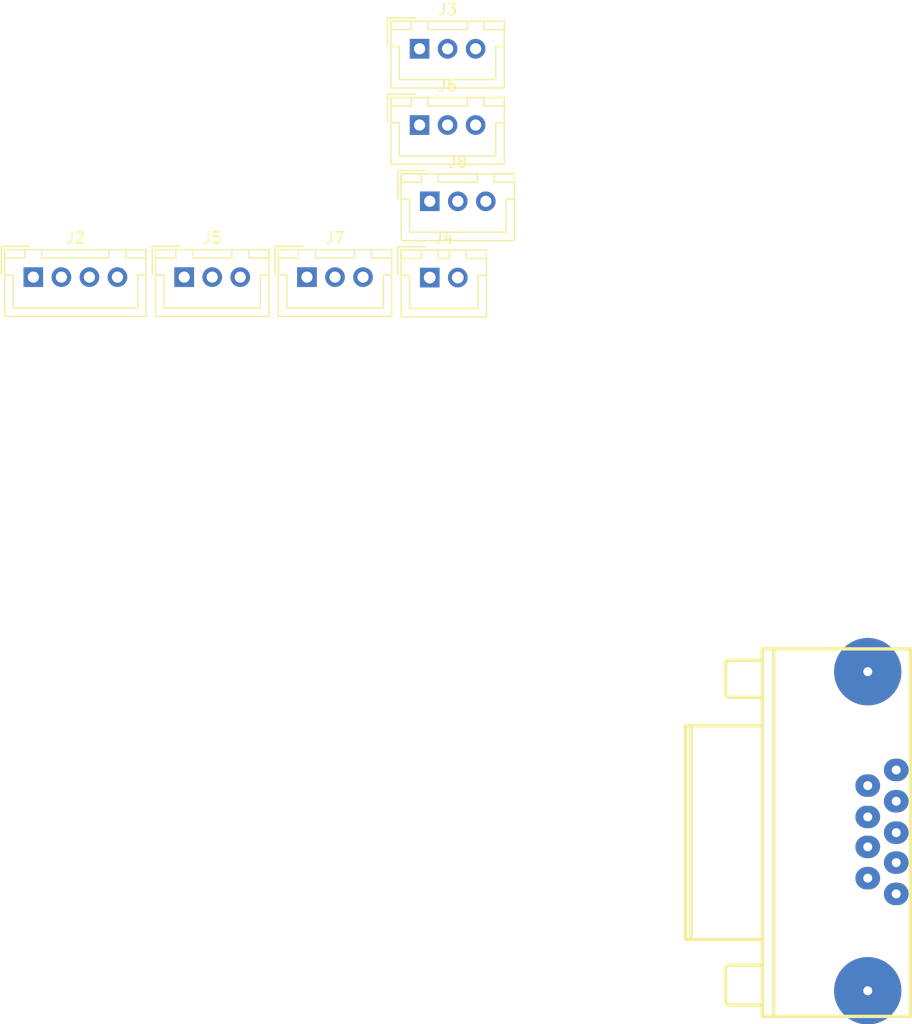
<source format=kicad_pcb>
(kicad_pcb (version 20171130) (host pcbnew "(5.0.2)-1")

  (general
    (thickness 1.6)
    (drawings 0)
    (tracks 0)
    (zones 0)
    (modules 8)
    (nets 11)
  )

  (page A4)
  (layers
    (0 F.Cu signal)
    (31 B.Cu signal)
    (32 B.Adhes user)
    (33 F.Adhes user)
    (34 B.Paste user)
    (35 F.Paste user)
    (36 B.SilkS user)
    (37 F.SilkS user)
    (38 B.Mask user)
    (39 F.Mask user)
    (40 Dwgs.User user)
    (41 Cmts.User user)
    (42 Eco1.User user)
    (43 Eco2.User user)
    (44 Edge.Cuts user)
    (45 Margin user)
    (46 B.CrtYd user)
    (47 F.CrtYd user)
    (48 B.Fab user)
    (49 F.Fab user)
  )

  (setup
    (last_trace_width 0.25)
    (trace_clearance 0.2)
    (zone_clearance 0.508)
    (zone_45_only no)
    (trace_min 0.2)
    (segment_width 0.2)
    (edge_width 0.15)
    (via_size 0.8)
    (via_drill 0.4)
    (via_min_size 0.4)
    (via_min_drill 0.3)
    (uvia_size 0.3)
    (uvia_drill 0.1)
    (uvias_allowed no)
    (uvia_min_size 0.2)
    (uvia_min_drill 0.1)
    (pcb_text_width 0.3)
    (pcb_text_size 1.5 1.5)
    (mod_edge_width 0.15)
    (mod_text_size 1 1)
    (mod_text_width 0.15)
    (pad_size 1.524 1.524)
    (pad_drill 0.762)
    (pad_to_mask_clearance 0.051)
    (solder_mask_min_width 0.25)
    (aux_axis_origin 0 0)
    (visible_elements FFFFFF7F)
    (pcbplotparams
      (layerselection 0x010fc_ffffffff)
      (usegerberextensions false)
      (usegerberattributes false)
      (usegerberadvancedattributes false)
      (creategerberjobfile false)
      (excludeedgelayer true)
      (linewidth 0.100000)
      (plotframeref false)
      (viasonmask false)
      (mode 1)
      (useauxorigin false)
      (hpglpennumber 1)
      (hpglpenspeed 20)
      (hpglpendiameter 15.000000)
      (psnegative false)
      (psa4output false)
      (plotreference true)
      (plotvalue true)
      (plotinvisibletext false)
      (padsonsilk false)
      (subtractmaskfromsilk false)
      (outputformat 1)
      (mirror false)
      (drillshape 1)
      (scaleselection 1)
      (outputdirectory ""))
  )

  (net 0 "")
  (net 1 /irs)
  (net 2 /grg)
  (net 3 /pr2)
  (net 4 /pr3)
  (net 5 GND)
  (net 6 /ird)
  (net 7 /iru)
  (net 8 /pr1)
  (net 9 +5V)
  (net 10 +12V)

  (net_class Default "This is the default net class."
    (clearance 0.2)
    (trace_width 0.25)
    (via_dia 0.8)
    (via_drill 0.4)
    (uvia_dia 0.3)
    (uvia_drill 0.1)
    (add_net +12V)
    (add_net +5V)
    (add_net /grg)
    (add_net /ird)
    (add_net /irs)
    (add_net /iru)
    (add_net /pr1)
    (add_net /pr2)
    (add_net /pr3)
    (add_net GND)
  )

  (module modFiles:Connector_DB_9 (layer F.Cu) (tedit 5D196907) (tstamp 5D22B4ED)
    (at 89.925 78.225 90)
    (descr "Connecteur DB9 femelle couche")
    (tags "CONN DB9")
    (path /5D1A0237)
    (fp_text reference J1 (at 5.46 2.28 90) (layer F.SilkS) hide
      (effects (font (size 1 1) (thickness 0.15)))
    )
    (fp_text value DB9_Female_MountingHoles (at 6.35 -6.35 90) (layer F.Fab)
      (effects (font (size 1 1) (thickness 0.15)))
    )
    (fp_line (start 20.828 -11.938) (end 20.828 -14.986) (layer F.SilkS) (width 0.3))
    (fp_line (start 20.828 -14.986) (end 20.574 -15.24) (layer F.SilkS) (width 0.3))
    (fp_line (start 20.574 -15.24) (end 17.78 -15.24) (layer F.SilkS) (width 0.3))
    (fp_line (start 17.78 -15.24) (end 17.526 -14.986) (layer F.SilkS) (width 0.3))
    (fp_line (start 17.526 -14.986) (end 17.526 -11.938) (layer F.SilkS) (width 0.3))
    (fp_line (start -10.922 -11.938) (end -10.922 -11.684) (layer F.SilkS) (width 0.3))
    (fp_line (start -9.906 -11.938) (end -9.906 -14.986) (layer F.SilkS) (width 0.3))
    (fp_line (start -9.906 -14.986) (end -9.652 -15.24) (layer F.SilkS) (width 0.3))
    (fp_line (start -9.652 -15.24) (end -6.604 -15.24) (layer F.SilkS) (width 0.3))
    (fp_line (start -6.604 -15.24) (end -6.35 -14.986) (layer F.SilkS) (width 0.3))
    (fp_line (start -6.35 -14.986) (end -6.35 -11.938) (layer F.SilkS) (width 0.3))
    (fp_line (start -4.064 -18.288) (end 14.986 -18.288) (layer F.SilkS) (width 0.3))
    (fp_line (start -4.064 -11.938) (end -4.064 -18.796) (layer F.SilkS) (width 0.3))
    (fp_line (start -4.064 -18.796) (end 14.986 -18.796) (layer F.SilkS) (width 0.3))
    (fp_line (start 14.986 -18.796) (end 14.986 -11.938) (layer F.SilkS) (width 0.3))
    (fp_line (start -10.922 -10.922) (end -10.922 -11.684) (layer F.SilkS) (width 0.3))
    (fp_line (start -10.922 -11.938) (end 20.574 -11.938) (layer F.SilkS) (width 0.3))
    (fp_line (start 20.574 -11.938) (end 21.844 -11.938) (layer F.SilkS) (width 0.3))
    (fp_line (start 21.844 -11.938) (end 21.844 -10.922) (layer F.SilkS) (width 0.3))
    (fp_line (start 21.844 1.016) (end 21.844 1.27) (layer F.SilkS) (width 0.3))
    (fp_line (start 21.844 1.27) (end 3.556 1.27) (layer F.SilkS) (width 0.3))
    (fp_line (start 3.556 1.27) (end -10.922 1.27) (layer F.SilkS) (width 0.3))
    (fp_line (start -10.922 1.27) (end -10.922 1.016) (layer F.SilkS) (width 0.3))
    (fp_line (start 21.59 -10.922) (end 21.844 -10.922) (layer F.SilkS) (width 0.3))
    (fp_line (start 21.844 -10.922) (end 21.844 1.016) (layer F.SilkS) (width 0.3))
    (fp_line (start 21.59 -10.922) (end -5.588 -10.922) (layer F.SilkS) (width 0.3))
    (fp_line (start -5.588 -10.922) (end -10.16 -10.922) (layer F.SilkS) (width 0.3))
    (fp_line (start -10.16 -10.922) (end -10.922 -10.922) (layer F.SilkS) (width 0.3))
    (fp_line (start -10.922 -10.922) (end -10.922 1.016) (layer F.SilkS) (width 0.3))
    (pad 9 thru_hole oval (at 9.65 -2.54 90) (size 2 2.2) (drill 0.8) (layers *.Cu *.Mask)
      (net 1 /irs))
    (pad 8 thru_hole oval (at 6.86 -2.54 90) (size 2 2.2) (drill 0.8) (layers *.Cu *.Mask)
      (net 2 /grg))
    (pad 7 thru_hole oval (at 4.19 -2.54 90) (size 2 2.2) (drill 0.8) (layers *.Cu *.Mask)
      (net 3 /pr2))
    (pad 6 thru_hole oval (at 1.4 -2.54 90) (size 2 2.2) (drill 0.8) (layers *.Cu *.Mask)
      (net 4 /pr3))
    (pad 5 thru_hole oval (at 11.05 0 90) (size 2 2.2) (drill 0.8) (layers *.Cu *.Mask)
      (net 5 GND))
    (pad 4 thru_hole oval (at 8.26 0 90) (size 2 2.2) (drill 0.8) (layers *.Cu *.Mask)
      (net 6 /ird))
    (pad 3 thru_hole oval (at 5.46 0 90) (size 2 2.2) (drill 0.8) (layers *.Cu *.Mask)
      (net 7 /iru))
    (pad 2 thru_hole oval (at 2.79 0 90) (size 2 2.2) (drill 0.8) (layers *.Cu *.Mask)
      (net 8 /pr1))
    (pad 1 thru_hole oval (at 0 0 90) (size 2 2.2) (drill 0.8) (layers *.Cu *.Mask)
      (net 9 +5V))
    (pad 0 thru_hole oval (at -8.636 -2.54 90) (size 6 6) (drill 0.8) (layers *.Cu *.Mask)
      (net 5 GND))
    (pad 0 thru_hole oval (at 19.812 -2.54 90) (size 6 6) (drill 0.8) (layers *.Cu *.Mask)
      (net 5 GND))
    (model _3D/Used/db_9f.wrl
      (offset (xyz 5.5371999168396 8.381999874114991 0))
      (scale (xyz 1 1 1))
      (rotate (xyz 0 0 180))
    )
  )

  (module Connectors_JST:JST_XH_B04B-XH-A_04x2.50mm_Straight (layer F.Cu) (tedit 58EAE7F0) (tstamp 5D22B518)
    (at 12.975001 23.235001)
    (descr "JST XH series connector, B04B-XH-A, top entry type, through hole")
    (tags "connector jst xh tht top vertical 2.50mm")
    (path /5D1A02A0)
    (fp_text reference J2 (at 3.75 -3.5) (layer F.SilkS)
      (effects (font (size 1 1) (thickness 0.15)))
    )
    (fp_text value Conn_01x04 (at 3.75 4.5) (layer F.Fab)
      (effects (font (size 1 1) (thickness 0.15)))
    )
    (fp_line (start -2.45 -2.35) (end -2.45 3.4) (layer F.Fab) (width 0.1))
    (fp_line (start -2.45 3.4) (end 9.95 3.4) (layer F.Fab) (width 0.1))
    (fp_line (start 9.95 3.4) (end 9.95 -2.35) (layer F.Fab) (width 0.1))
    (fp_line (start 9.95 -2.35) (end -2.45 -2.35) (layer F.Fab) (width 0.1))
    (fp_line (start -2.95 -2.85) (end -2.95 3.9) (layer F.CrtYd) (width 0.05))
    (fp_line (start -2.95 3.9) (end 10.45 3.9) (layer F.CrtYd) (width 0.05))
    (fp_line (start 10.45 3.9) (end 10.45 -2.85) (layer F.CrtYd) (width 0.05))
    (fp_line (start 10.45 -2.85) (end -2.95 -2.85) (layer F.CrtYd) (width 0.05))
    (fp_line (start -2.55 -2.45) (end -2.55 3.5) (layer F.SilkS) (width 0.12))
    (fp_line (start -2.55 3.5) (end 10.05 3.5) (layer F.SilkS) (width 0.12))
    (fp_line (start 10.05 3.5) (end 10.05 -2.45) (layer F.SilkS) (width 0.12))
    (fp_line (start 10.05 -2.45) (end -2.55 -2.45) (layer F.SilkS) (width 0.12))
    (fp_line (start 0.75 -2.45) (end 0.75 -1.7) (layer F.SilkS) (width 0.12))
    (fp_line (start 0.75 -1.7) (end 6.75 -1.7) (layer F.SilkS) (width 0.12))
    (fp_line (start 6.75 -1.7) (end 6.75 -2.45) (layer F.SilkS) (width 0.12))
    (fp_line (start 6.75 -2.45) (end 0.75 -2.45) (layer F.SilkS) (width 0.12))
    (fp_line (start -2.55 -2.45) (end -2.55 -1.7) (layer F.SilkS) (width 0.12))
    (fp_line (start -2.55 -1.7) (end -0.75 -1.7) (layer F.SilkS) (width 0.12))
    (fp_line (start -0.75 -1.7) (end -0.75 -2.45) (layer F.SilkS) (width 0.12))
    (fp_line (start -0.75 -2.45) (end -2.55 -2.45) (layer F.SilkS) (width 0.12))
    (fp_line (start 8.25 -2.45) (end 8.25 -1.7) (layer F.SilkS) (width 0.12))
    (fp_line (start 8.25 -1.7) (end 10.05 -1.7) (layer F.SilkS) (width 0.12))
    (fp_line (start 10.05 -1.7) (end 10.05 -2.45) (layer F.SilkS) (width 0.12))
    (fp_line (start 10.05 -2.45) (end 8.25 -2.45) (layer F.SilkS) (width 0.12))
    (fp_line (start -2.55 -0.2) (end -1.8 -0.2) (layer F.SilkS) (width 0.12))
    (fp_line (start -1.8 -0.2) (end -1.8 2.75) (layer F.SilkS) (width 0.12))
    (fp_line (start -1.8 2.75) (end 3.75 2.75) (layer F.SilkS) (width 0.12))
    (fp_line (start 10.05 -0.2) (end 9.3 -0.2) (layer F.SilkS) (width 0.12))
    (fp_line (start 9.3 -0.2) (end 9.3 2.75) (layer F.SilkS) (width 0.12))
    (fp_line (start 9.3 2.75) (end 3.75 2.75) (layer F.SilkS) (width 0.12))
    (fp_line (start -0.35 -2.75) (end -2.85 -2.75) (layer F.SilkS) (width 0.12))
    (fp_line (start -2.85 -2.75) (end -2.85 -0.25) (layer F.SilkS) (width 0.12))
    (fp_line (start -0.35 -2.75) (end -2.85 -2.75) (layer F.Fab) (width 0.1))
    (fp_line (start -2.85 -2.75) (end -2.85 -0.25) (layer F.Fab) (width 0.1))
    (fp_text user %R (at 3.75 2.5) (layer F.Fab)
      (effects (font (size 1 1) (thickness 0.15)))
    )
    (pad 1 thru_hole rect (at 0 0) (size 1.75 1.75) (drill 1) (layers *.Cu *.Mask)
      (net 10 +12V))
    (pad 2 thru_hole circle (at 2.5 0) (size 1.75 1.75) (drill 1) (layers *.Cu *.Mask)
      (net 8 /pr1))
    (pad 3 thru_hole circle (at 5 0) (size 1.75 1.75) (drill 1) (layers *.Cu *.Mask)
      (net 3 /pr2))
    (pad 4 thru_hole circle (at 7.5 0) (size 1.75 1.75) (drill 1) (layers *.Cu *.Mask)
      (net 5 GND))
    (model Connectors_JST.3dshapes/JST_XH_B04B-XH-A_04x2.50mm_Straight.wrl
      (at (xyz 0 0 0))
      (scale (xyz 1 1 1))
      (rotate (xyz 0 0 0))
    )
  )

  (module Connectors_JST:JST_XH_B03B-XH-A_03x2.50mm_Straight (layer F.Cu) (tedit 58EAE7F0) (tstamp 5D22B542)
    (at 47.415001 2.875001)
    (descr "JST XH series connector, B03B-XH-A, top entry type, through hole")
    (tags "connector jst xh tht top vertical 2.50mm")
    (path /5D1A0339)
    (fp_text reference J3 (at 2.5 -3.5) (layer F.SilkS)
      (effects (font (size 1 1) (thickness 0.15)))
    )
    (fp_text value Conn_01x03 (at 2.5 4.5) (layer F.Fab)
      (effects (font (size 1 1) (thickness 0.15)))
    )
    (fp_line (start -2.45 -2.35) (end -2.45 3.4) (layer F.Fab) (width 0.1))
    (fp_line (start -2.45 3.4) (end 7.45 3.4) (layer F.Fab) (width 0.1))
    (fp_line (start 7.45 3.4) (end 7.45 -2.35) (layer F.Fab) (width 0.1))
    (fp_line (start 7.45 -2.35) (end -2.45 -2.35) (layer F.Fab) (width 0.1))
    (fp_line (start -2.95 -2.85) (end -2.95 3.9) (layer F.CrtYd) (width 0.05))
    (fp_line (start -2.95 3.9) (end 7.95 3.9) (layer F.CrtYd) (width 0.05))
    (fp_line (start 7.95 3.9) (end 7.95 -2.85) (layer F.CrtYd) (width 0.05))
    (fp_line (start 7.95 -2.85) (end -2.95 -2.85) (layer F.CrtYd) (width 0.05))
    (fp_line (start -2.55 -2.45) (end -2.55 3.5) (layer F.SilkS) (width 0.12))
    (fp_line (start -2.55 3.5) (end 7.55 3.5) (layer F.SilkS) (width 0.12))
    (fp_line (start 7.55 3.5) (end 7.55 -2.45) (layer F.SilkS) (width 0.12))
    (fp_line (start 7.55 -2.45) (end -2.55 -2.45) (layer F.SilkS) (width 0.12))
    (fp_line (start 0.75 -2.45) (end 0.75 -1.7) (layer F.SilkS) (width 0.12))
    (fp_line (start 0.75 -1.7) (end 4.25 -1.7) (layer F.SilkS) (width 0.12))
    (fp_line (start 4.25 -1.7) (end 4.25 -2.45) (layer F.SilkS) (width 0.12))
    (fp_line (start 4.25 -2.45) (end 0.75 -2.45) (layer F.SilkS) (width 0.12))
    (fp_line (start -2.55 -2.45) (end -2.55 -1.7) (layer F.SilkS) (width 0.12))
    (fp_line (start -2.55 -1.7) (end -0.75 -1.7) (layer F.SilkS) (width 0.12))
    (fp_line (start -0.75 -1.7) (end -0.75 -2.45) (layer F.SilkS) (width 0.12))
    (fp_line (start -0.75 -2.45) (end -2.55 -2.45) (layer F.SilkS) (width 0.12))
    (fp_line (start 5.75 -2.45) (end 5.75 -1.7) (layer F.SilkS) (width 0.12))
    (fp_line (start 5.75 -1.7) (end 7.55 -1.7) (layer F.SilkS) (width 0.12))
    (fp_line (start 7.55 -1.7) (end 7.55 -2.45) (layer F.SilkS) (width 0.12))
    (fp_line (start 7.55 -2.45) (end 5.75 -2.45) (layer F.SilkS) (width 0.12))
    (fp_line (start -2.55 -0.2) (end -1.8 -0.2) (layer F.SilkS) (width 0.12))
    (fp_line (start -1.8 -0.2) (end -1.8 2.75) (layer F.SilkS) (width 0.12))
    (fp_line (start -1.8 2.75) (end 2.5 2.75) (layer F.SilkS) (width 0.12))
    (fp_line (start 7.55 -0.2) (end 6.8 -0.2) (layer F.SilkS) (width 0.12))
    (fp_line (start 6.8 -0.2) (end 6.8 2.75) (layer F.SilkS) (width 0.12))
    (fp_line (start 6.8 2.75) (end 2.5 2.75) (layer F.SilkS) (width 0.12))
    (fp_line (start -0.35 -2.75) (end -2.85 -2.75) (layer F.SilkS) (width 0.12))
    (fp_line (start -2.85 -2.75) (end -2.85 -0.25) (layer F.SilkS) (width 0.12))
    (fp_line (start -0.35 -2.75) (end -2.85 -2.75) (layer F.Fab) (width 0.1))
    (fp_line (start -2.85 -2.75) (end -2.85 -0.25) (layer F.Fab) (width 0.1))
    (fp_text user %R (at 2.5 2.5) (layer F.Fab)
      (effects (font (size 1 1) (thickness 0.15)))
    )
    (pad 1 thru_hole rect (at 0 0) (size 1.75 1.75) (drill 1) (layers *.Cu *.Mask)
      (net 9 +5V))
    (pad 2 thru_hole circle (at 2.5 0) (size 1.75 1.75) (drill 1) (layers *.Cu *.Mask)
      (net 7 /iru))
    (pad 3 thru_hole circle (at 5 0) (size 1.75 1.75) (drill 1) (layers *.Cu *.Mask)
      (net 5 GND))
    (model Connectors_JST.3dshapes/JST_XH_B03B-XH-A_03x2.50mm_Straight.wrl
      (at (xyz 0 0 0))
      (scale (xyz 1 1 1))
      (rotate (xyz 0 0 0))
    )
  )

  (module Connectors_JST:JST_XH_B02B-XH-A_02x2.50mm_Straight (layer F.Cu) (tedit 58EAE7F0) (tstamp 5D22B56B)
    (at 48.325001 23.275001)
    (descr "JST XH series connector, B02B-XH-A, top entry type, through hole")
    (tags "connector jst xh tht top vertical 2.50mm")
    (path /5D1A0431)
    (fp_text reference J4 (at 1.25 -3.5) (layer F.SilkS)
      (effects (font (size 1 1) (thickness 0.15)))
    )
    (fp_text value Conn_01x02 (at 1.25 4.5) (layer F.Fab)
      (effects (font (size 1 1) (thickness 0.15)))
    )
    (fp_line (start -2.45 -2.35) (end -2.45 3.4) (layer F.Fab) (width 0.1))
    (fp_line (start -2.45 3.4) (end 4.95 3.4) (layer F.Fab) (width 0.1))
    (fp_line (start 4.95 3.4) (end 4.95 -2.35) (layer F.Fab) (width 0.1))
    (fp_line (start 4.95 -2.35) (end -2.45 -2.35) (layer F.Fab) (width 0.1))
    (fp_line (start -2.95 -2.85) (end -2.95 3.9) (layer F.CrtYd) (width 0.05))
    (fp_line (start -2.95 3.9) (end 5.45 3.9) (layer F.CrtYd) (width 0.05))
    (fp_line (start 5.45 3.9) (end 5.45 -2.85) (layer F.CrtYd) (width 0.05))
    (fp_line (start 5.45 -2.85) (end -2.95 -2.85) (layer F.CrtYd) (width 0.05))
    (fp_line (start -2.55 -2.45) (end -2.55 3.5) (layer F.SilkS) (width 0.12))
    (fp_line (start -2.55 3.5) (end 5.05 3.5) (layer F.SilkS) (width 0.12))
    (fp_line (start 5.05 3.5) (end 5.05 -2.45) (layer F.SilkS) (width 0.12))
    (fp_line (start 5.05 -2.45) (end -2.55 -2.45) (layer F.SilkS) (width 0.12))
    (fp_line (start 0.75 -2.45) (end 0.75 -1.7) (layer F.SilkS) (width 0.12))
    (fp_line (start 0.75 -1.7) (end 1.75 -1.7) (layer F.SilkS) (width 0.12))
    (fp_line (start 1.75 -1.7) (end 1.75 -2.45) (layer F.SilkS) (width 0.12))
    (fp_line (start 1.75 -2.45) (end 0.75 -2.45) (layer F.SilkS) (width 0.12))
    (fp_line (start -2.55 -2.45) (end -2.55 -1.7) (layer F.SilkS) (width 0.12))
    (fp_line (start -2.55 -1.7) (end -0.75 -1.7) (layer F.SilkS) (width 0.12))
    (fp_line (start -0.75 -1.7) (end -0.75 -2.45) (layer F.SilkS) (width 0.12))
    (fp_line (start -0.75 -2.45) (end -2.55 -2.45) (layer F.SilkS) (width 0.12))
    (fp_line (start 3.25 -2.45) (end 3.25 -1.7) (layer F.SilkS) (width 0.12))
    (fp_line (start 3.25 -1.7) (end 5.05 -1.7) (layer F.SilkS) (width 0.12))
    (fp_line (start 5.05 -1.7) (end 5.05 -2.45) (layer F.SilkS) (width 0.12))
    (fp_line (start 5.05 -2.45) (end 3.25 -2.45) (layer F.SilkS) (width 0.12))
    (fp_line (start -2.55 -0.2) (end -1.8 -0.2) (layer F.SilkS) (width 0.12))
    (fp_line (start -1.8 -0.2) (end -1.8 2.75) (layer F.SilkS) (width 0.12))
    (fp_line (start -1.8 2.75) (end 1.25 2.75) (layer F.SilkS) (width 0.12))
    (fp_line (start 5.05 -0.2) (end 4.3 -0.2) (layer F.SilkS) (width 0.12))
    (fp_line (start 4.3 -0.2) (end 4.3 2.75) (layer F.SilkS) (width 0.12))
    (fp_line (start 4.3 2.75) (end 1.25 2.75) (layer F.SilkS) (width 0.12))
    (fp_line (start -0.35 -2.75) (end -2.85 -2.75) (layer F.SilkS) (width 0.12))
    (fp_line (start -2.85 -2.75) (end -2.85 -0.25) (layer F.SilkS) (width 0.12))
    (fp_line (start -0.35 -2.75) (end -2.85 -2.75) (layer F.Fab) (width 0.1))
    (fp_line (start -2.85 -2.75) (end -2.85 -0.25) (layer F.Fab) (width 0.1))
    (fp_text user %R (at 1.25 2.5) (layer F.Fab)
      (effects (font (size 1 1) (thickness 0.15)))
    )
    (pad 1 thru_hole rect (at 0 0) (size 1.75 1.75) (drill 1.05) (layers *.Cu *.Mask)
      (net 10 +12V))
    (pad 2 thru_hole circle (at 2.5 0) (size 1.75 1.75) (drill 1.05) (layers *.Cu *.Mask)
      (net 5 GND))
    (model Connectors_JST.3dshapes/JST_XH_B02B-XH-A_02x2.50mm_Straight.wrl
      (at (xyz 0 0 0))
      (scale (xyz 1 1 1))
      (rotate (xyz 0 0 0))
    )
  )

  (module Connectors_JST:JST_XH_B03B-XH-A_03x2.50mm_Straight (layer F.Cu) (tedit 58EAE7F0) (tstamp 5D22B595)
    (at 26.425001 23.235001)
    (descr "JST XH series connector, B03B-XH-A, top entry type, through hole")
    (tags "connector jst xh tht top vertical 2.50mm")
    (path /5D1A0806)
    (fp_text reference J5 (at 2.5 -3.5) (layer F.SilkS)
      (effects (font (size 1 1) (thickness 0.15)))
    )
    (fp_text value Conn_01x03 (at 2.5 4.5) (layer F.Fab)
      (effects (font (size 1 1) (thickness 0.15)))
    )
    (fp_text user %R (at 2.5 2.5) (layer F.Fab)
      (effects (font (size 1 1) (thickness 0.15)))
    )
    (fp_line (start -2.85 -2.75) (end -2.85 -0.25) (layer F.Fab) (width 0.1))
    (fp_line (start -0.35 -2.75) (end -2.85 -2.75) (layer F.Fab) (width 0.1))
    (fp_line (start -2.85 -2.75) (end -2.85 -0.25) (layer F.SilkS) (width 0.12))
    (fp_line (start -0.35 -2.75) (end -2.85 -2.75) (layer F.SilkS) (width 0.12))
    (fp_line (start 6.8 2.75) (end 2.5 2.75) (layer F.SilkS) (width 0.12))
    (fp_line (start 6.8 -0.2) (end 6.8 2.75) (layer F.SilkS) (width 0.12))
    (fp_line (start 7.55 -0.2) (end 6.8 -0.2) (layer F.SilkS) (width 0.12))
    (fp_line (start -1.8 2.75) (end 2.5 2.75) (layer F.SilkS) (width 0.12))
    (fp_line (start -1.8 -0.2) (end -1.8 2.75) (layer F.SilkS) (width 0.12))
    (fp_line (start -2.55 -0.2) (end -1.8 -0.2) (layer F.SilkS) (width 0.12))
    (fp_line (start 7.55 -2.45) (end 5.75 -2.45) (layer F.SilkS) (width 0.12))
    (fp_line (start 7.55 -1.7) (end 7.55 -2.45) (layer F.SilkS) (width 0.12))
    (fp_line (start 5.75 -1.7) (end 7.55 -1.7) (layer F.SilkS) (width 0.12))
    (fp_line (start 5.75 -2.45) (end 5.75 -1.7) (layer F.SilkS) (width 0.12))
    (fp_line (start -0.75 -2.45) (end -2.55 -2.45) (layer F.SilkS) (width 0.12))
    (fp_line (start -0.75 -1.7) (end -0.75 -2.45) (layer F.SilkS) (width 0.12))
    (fp_line (start -2.55 -1.7) (end -0.75 -1.7) (layer F.SilkS) (width 0.12))
    (fp_line (start -2.55 -2.45) (end -2.55 -1.7) (layer F.SilkS) (width 0.12))
    (fp_line (start 4.25 -2.45) (end 0.75 -2.45) (layer F.SilkS) (width 0.12))
    (fp_line (start 4.25 -1.7) (end 4.25 -2.45) (layer F.SilkS) (width 0.12))
    (fp_line (start 0.75 -1.7) (end 4.25 -1.7) (layer F.SilkS) (width 0.12))
    (fp_line (start 0.75 -2.45) (end 0.75 -1.7) (layer F.SilkS) (width 0.12))
    (fp_line (start 7.55 -2.45) (end -2.55 -2.45) (layer F.SilkS) (width 0.12))
    (fp_line (start 7.55 3.5) (end 7.55 -2.45) (layer F.SilkS) (width 0.12))
    (fp_line (start -2.55 3.5) (end 7.55 3.5) (layer F.SilkS) (width 0.12))
    (fp_line (start -2.55 -2.45) (end -2.55 3.5) (layer F.SilkS) (width 0.12))
    (fp_line (start 7.95 -2.85) (end -2.95 -2.85) (layer F.CrtYd) (width 0.05))
    (fp_line (start 7.95 3.9) (end 7.95 -2.85) (layer F.CrtYd) (width 0.05))
    (fp_line (start -2.95 3.9) (end 7.95 3.9) (layer F.CrtYd) (width 0.05))
    (fp_line (start -2.95 -2.85) (end -2.95 3.9) (layer F.CrtYd) (width 0.05))
    (fp_line (start 7.45 -2.35) (end -2.45 -2.35) (layer F.Fab) (width 0.1))
    (fp_line (start 7.45 3.4) (end 7.45 -2.35) (layer F.Fab) (width 0.1))
    (fp_line (start -2.45 3.4) (end 7.45 3.4) (layer F.Fab) (width 0.1))
    (fp_line (start -2.45 -2.35) (end -2.45 3.4) (layer F.Fab) (width 0.1))
    (pad 3 thru_hole circle (at 5 0) (size 1.75 1.75) (drill 1) (layers *.Cu *.Mask)
      (net 5 GND))
    (pad 2 thru_hole circle (at 2.5 0) (size 1.75 1.75) (drill 1) (layers *.Cu *.Mask)
      (net 6 /ird))
    (pad 1 thru_hole rect (at 0 0) (size 1.75 1.75) (drill 1) (layers *.Cu *.Mask)
      (net 9 +5V))
    (model Connectors_JST.3dshapes/JST_XH_B03B-XH-A_03x2.50mm_Straight.wrl
      (at (xyz 0 0 0))
      (scale (xyz 1 1 1))
      (rotate (xyz 0 0 0))
    )
  )

  (module Connectors_JST:JST_XH_B03B-XH-A_03x2.50mm_Straight (layer F.Cu) (tedit 58EAE7F0) (tstamp 5D22B5BF)
    (at 47.415001 9.675001)
    (descr "JST XH series connector, B03B-XH-A, top entry type, through hole")
    (tags "connector jst xh tht top vertical 2.50mm")
    (path /5D1A088F)
    (fp_text reference J6 (at 2.5 -3.5) (layer F.SilkS)
      (effects (font (size 1 1) (thickness 0.15)))
    )
    (fp_text value Conn_01x03 (at 2.5 4.5) (layer F.Fab)
      (effects (font (size 1 1) (thickness 0.15)))
    )
    (fp_line (start -2.45 -2.35) (end -2.45 3.4) (layer F.Fab) (width 0.1))
    (fp_line (start -2.45 3.4) (end 7.45 3.4) (layer F.Fab) (width 0.1))
    (fp_line (start 7.45 3.4) (end 7.45 -2.35) (layer F.Fab) (width 0.1))
    (fp_line (start 7.45 -2.35) (end -2.45 -2.35) (layer F.Fab) (width 0.1))
    (fp_line (start -2.95 -2.85) (end -2.95 3.9) (layer F.CrtYd) (width 0.05))
    (fp_line (start -2.95 3.9) (end 7.95 3.9) (layer F.CrtYd) (width 0.05))
    (fp_line (start 7.95 3.9) (end 7.95 -2.85) (layer F.CrtYd) (width 0.05))
    (fp_line (start 7.95 -2.85) (end -2.95 -2.85) (layer F.CrtYd) (width 0.05))
    (fp_line (start -2.55 -2.45) (end -2.55 3.5) (layer F.SilkS) (width 0.12))
    (fp_line (start -2.55 3.5) (end 7.55 3.5) (layer F.SilkS) (width 0.12))
    (fp_line (start 7.55 3.5) (end 7.55 -2.45) (layer F.SilkS) (width 0.12))
    (fp_line (start 7.55 -2.45) (end -2.55 -2.45) (layer F.SilkS) (width 0.12))
    (fp_line (start 0.75 -2.45) (end 0.75 -1.7) (layer F.SilkS) (width 0.12))
    (fp_line (start 0.75 -1.7) (end 4.25 -1.7) (layer F.SilkS) (width 0.12))
    (fp_line (start 4.25 -1.7) (end 4.25 -2.45) (layer F.SilkS) (width 0.12))
    (fp_line (start 4.25 -2.45) (end 0.75 -2.45) (layer F.SilkS) (width 0.12))
    (fp_line (start -2.55 -2.45) (end -2.55 -1.7) (layer F.SilkS) (width 0.12))
    (fp_line (start -2.55 -1.7) (end -0.75 -1.7) (layer F.SilkS) (width 0.12))
    (fp_line (start -0.75 -1.7) (end -0.75 -2.45) (layer F.SilkS) (width 0.12))
    (fp_line (start -0.75 -2.45) (end -2.55 -2.45) (layer F.SilkS) (width 0.12))
    (fp_line (start 5.75 -2.45) (end 5.75 -1.7) (layer F.SilkS) (width 0.12))
    (fp_line (start 5.75 -1.7) (end 7.55 -1.7) (layer F.SilkS) (width 0.12))
    (fp_line (start 7.55 -1.7) (end 7.55 -2.45) (layer F.SilkS) (width 0.12))
    (fp_line (start 7.55 -2.45) (end 5.75 -2.45) (layer F.SilkS) (width 0.12))
    (fp_line (start -2.55 -0.2) (end -1.8 -0.2) (layer F.SilkS) (width 0.12))
    (fp_line (start -1.8 -0.2) (end -1.8 2.75) (layer F.SilkS) (width 0.12))
    (fp_line (start -1.8 2.75) (end 2.5 2.75) (layer F.SilkS) (width 0.12))
    (fp_line (start 7.55 -0.2) (end 6.8 -0.2) (layer F.SilkS) (width 0.12))
    (fp_line (start 6.8 -0.2) (end 6.8 2.75) (layer F.SilkS) (width 0.12))
    (fp_line (start 6.8 2.75) (end 2.5 2.75) (layer F.SilkS) (width 0.12))
    (fp_line (start -0.35 -2.75) (end -2.85 -2.75) (layer F.SilkS) (width 0.12))
    (fp_line (start -2.85 -2.75) (end -2.85 -0.25) (layer F.SilkS) (width 0.12))
    (fp_line (start -0.35 -2.75) (end -2.85 -2.75) (layer F.Fab) (width 0.1))
    (fp_line (start -2.85 -2.75) (end -2.85 -0.25) (layer F.Fab) (width 0.1))
    (fp_text user %R (at 2.5 2.5) (layer F.Fab)
      (effects (font (size 1 1) (thickness 0.15)))
    )
    (pad 1 thru_hole rect (at 0 0) (size 1.75 1.75) (drill 1) (layers *.Cu *.Mask)
      (net 9 +5V))
    (pad 2 thru_hole circle (at 2.5 0) (size 1.75 1.75) (drill 1) (layers *.Cu *.Mask)
      (net 1 /irs))
    (pad 3 thru_hole circle (at 5 0) (size 1.75 1.75) (drill 1) (layers *.Cu *.Mask)
      (net 5 GND))
    (model Connectors_JST.3dshapes/JST_XH_B03B-XH-A_03x2.50mm_Straight.wrl
      (at (xyz 0 0 0))
      (scale (xyz 1 1 1))
      (rotate (xyz 0 0 0))
    )
  )

  (module Connectors_JST:JST_XH_B03B-XH-A_03x2.50mm_Straight (layer F.Cu) (tedit 58EAE7F0) (tstamp 5D22B5E9)
    (at 37.375001 23.235001)
    (descr "JST XH series connector, B03B-XH-A, top entry type, through hole")
    (tags "connector jst xh tht top vertical 2.50mm")
    (path /5D1A0FA3)
    (fp_text reference J7 (at 2.5 -3.5) (layer F.SilkS)
      (effects (font (size 1 1) (thickness 0.15)))
    )
    (fp_text value Conn_01x03 (at 2.5 4.5) (layer F.Fab)
      (effects (font (size 1 1) (thickness 0.15)))
    )
    (fp_line (start -2.45 -2.35) (end -2.45 3.4) (layer F.Fab) (width 0.1))
    (fp_line (start -2.45 3.4) (end 7.45 3.4) (layer F.Fab) (width 0.1))
    (fp_line (start 7.45 3.4) (end 7.45 -2.35) (layer F.Fab) (width 0.1))
    (fp_line (start 7.45 -2.35) (end -2.45 -2.35) (layer F.Fab) (width 0.1))
    (fp_line (start -2.95 -2.85) (end -2.95 3.9) (layer F.CrtYd) (width 0.05))
    (fp_line (start -2.95 3.9) (end 7.95 3.9) (layer F.CrtYd) (width 0.05))
    (fp_line (start 7.95 3.9) (end 7.95 -2.85) (layer F.CrtYd) (width 0.05))
    (fp_line (start 7.95 -2.85) (end -2.95 -2.85) (layer F.CrtYd) (width 0.05))
    (fp_line (start -2.55 -2.45) (end -2.55 3.5) (layer F.SilkS) (width 0.12))
    (fp_line (start -2.55 3.5) (end 7.55 3.5) (layer F.SilkS) (width 0.12))
    (fp_line (start 7.55 3.5) (end 7.55 -2.45) (layer F.SilkS) (width 0.12))
    (fp_line (start 7.55 -2.45) (end -2.55 -2.45) (layer F.SilkS) (width 0.12))
    (fp_line (start 0.75 -2.45) (end 0.75 -1.7) (layer F.SilkS) (width 0.12))
    (fp_line (start 0.75 -1.7) (end 4.25 -1.7) (layer F.SilkS) (width 0.12))
    (fp_line (start 4.25 -1.7) (end 4.25 -2.45) (layer F.SilkS) (width 0.12))
    (fp_line (start 4.25 -2.45) (end 0.75 -2.45) (layer F.SilkS) (width 0.12))
    (fp_line (start -2.55 -2.45) (end -2.55 -1.7) (layer F.SilkS) (width 0.12))
    (fp_line (start -2.55 -1.7) (end -0.75 -1.7) (layer F.SilkS) (width 0.12))
    (fp_line (start -0.75 -1.7) (end -0.75 -2.45) (layer F.SilkS) (width 0.12))
    (fp_line (start -0.75 -2.45) (end -2.55 -2.45) (layer F.SilkS) (width 0.12))
    (fp_line (start 5.75 -2.45) (end 5.75 -1.7) (layer F.SilkS) (width 0.12))
    (fp_line (start 5.75 -1.7) (end 7.55 -1.7) (layer F.SilkS) (width 0.12))
    (fp_line (start 7.55 -1.7) (end 7.55 -2.45) (layer F.SilkS) (width 0.12))
    (fp_line (start 7.55 -2.45) (end 5.75 -2.45) (layer F.SilkS) (width 0.12))
    (fp_line (start -2.55 -0.2) (end -1.8 -0.2) (layer F.SilkS) (width 0.12))
    (fp_line (start -1.8 -0.2) (end -1.8 2.75) (layer F.SilkS) (width 0.12))
    (fp_line (start -1.8 2.75) (end 2.5 2.75) (layer F.SilkS) (width 0.12))
    (fp_line (start 7.55 -0.2) (end 6.8 -0.2) (layer F.SilkS) (width 0.12))
    (fp_line (start 6.8 -0.2) (end 6.8 2.75) (layer F.SilkS) (width 0.12))
    (fp_line (start 6.8 2.75) (end 2.5 2.75) (layer F.SilkS) (width 0.12))
    (fp_line (start -0.35 -2.75) (end -2.85 -2.75) (layer F.SilkS) (width 0.12))
    (fp_line (start -2.85 -2.75) (end -2.85 -0.25) (layer F.SilkS) (width 0.12))
    (fp_line (start -0.35 -2.75) (end -2.85 -2.75) (layer F.Fab) (width 0.1))
    (fp_line (start -2.85 -2.75) (end -2.85 -0.25) (layer F.Fab) (width 0.1))
    (fp_text user %R (at 2.5 2.5) (layer F.Fab)
      (effects (font (size 1 1) (thickness 0.15)))
    )
    (pad 1 thru_hole rect (at 0 0) (size 1.75 1.75) (drill 1) (layers *.Cu *.Mask)
      (net 9 +5V))
    (pad 2 thru_hole circle (at 2.5 0) (size 1.75 1.75) (drill 1) (layers *.Cu *.Mask)
      (net 4 /pr3))
    (pad 3 thru_hole circle (at 5 0) (size 1.75 1.75) (drill 1) (layers *.Cu *.Mask)
      (net 5 GND))
    (model Connectors_JST.3dshapes/JST_XH_B03B-XH-A_03x2.50mm_Straight.wrl
      (at (xyz 0 0 0))
      (scale (xyz 1 1 1))
      (rotate (xyz 0 0 0))
    )
  )

  (module Connectors_JST:JST_XH_B03B-XH-A_03x2.50mm_Straight (layer F.Cu) (tedit 58EAE7F0) (tstamp 5D22B613)
    (at 48.325001 16.475001)
    (descr "JST XH series connector, B03B-XH-A, top entry type, through hole")
    (tags "connector jst xh tht top vertical 2.50mm")
    (path /5D1A0B69)
    (fp_text reference J8 (at 2.5 -3.5) (layer F.SilkS)
      (effects (font (size 1 1) (thickness 0.15)))
    )
    (fp_text value Conn_01x03 (at 2.5 4.5) (layer F.Fab)
      (effects (font (size 1 1) (thickness 0.15)))
    )
    (fp_text user %R (at 2.5 2.5) (layer F.Fab)
      (effects (font (size 1 1) (thickness 0.15)))
    )
    (fp_line (start -2.85 -2.75) (end -2.85 -0.25) (layer F.Fab) (width 0.1))
    (fp_line (start -0.35 -2.75) (end -2.85 -2.75) (layer F.Fab) (width 0.1))
    (fp_line (start -2.85 -2.75) (end -2.85 -0.25) (layer F.SilkS) (width 0.12))
    (fp_line (start -0.35 -2.75) (end -2.85 -2.75) (layer F.SilkS) (width 0.12))
    (fp_line (start 6.8 2.75) (end 2.5 2.75) (layer F.SilkS) (width 0.12))
    (fp_line (start 6.8 -0.2) (end 6.8 2.75) (layer F.SilkS) (width 0.12))
    (fp_line (start 7.55 -0.2) (end 6.8 -0.2) (layer F.SilkS) (width 0.12))
    (fp_line (start -1.8 2.75) (end 2.5 2.75) (layer F.SilkS) (width 0.12))
    (fp_line (start -1.8 -0.2) (end -1.8 2.75) (layer F.SilkS) (width 0.12))
    (fp_line (start -2.55 -0.2) (end -1.8 -0.2) (layer F.SilkS) (width 0.12))
    (fp_line (start 7.55 -2.45) (end 5.75 -2.45) (layer F.SilkS) (width 0.12))
    (fp_line (start 7.55 -1.7) (end 7.55 -2.45) (layer F.SilkS) (width 0.12))
    (fp_line (start 5.75 -1.7) (end 7.55 -1.7) (layer F.SilkS) (width 0.12))
    (fp_line (start 5.75 -2.45) (end 5.75 -1.7) (layer F.SilkS) (width 0.12))
    (fp_line (start -0.75 -2.45) (end -2.55 -2.45) (layer F.SilkS) (width 0.12))
    (fp_line (start -0.75 -1.7) (end -0.75 -2.45) (layer F.SilkS) (width 0.12))
    (fp_line (start -2.55 -1.7) (end -0.75 -1.7) (layer F.SilkS) (width 0.12))
    (fp_line (start -2.55 -2.45) (end -2.55 -1.7) (layer F.SilkS) (width 0.12))
    (fp_line (start 4.25 -2.45) (end 0.75 -2.45) (layer F.SilkS) (width 0.12))
    (fp_line (start 4.25 -1.7) (end 4.25 -2.45) (layer F.SilkS) (width 0.12))
    (fp_line (start 0.75 -1.7) (end 4.25 -1.7) (layer F.SilkS) (width 0.12))
    (fp_line (start 0.75 -2.45) (end 0.75 -1.7) (layer F.SilkS) (width 0.12))
    (fp_line (start 7.55 -2.45) (end -2.55 -2.45) (layer F.SilkS) (width 0.12))
    (fp_line (start 7.55 3.5) (end 7.55 -2.45) (layer F.SilkS) (width 0.12))
    (fp_line (start -2.55 3.5) (end 7.55 3.5) (layer F.SilkS) (width 0.12))
    (fp_line (start -2.55 -2.45) (end -2.55 3.5) (layer F.SilkS) (width 0.12))
    (fp_line (start 7.95 -2.85) (end -2.95 -2.85) (layer F.CrtYd) (width 0.05))
    (fp_line (start 7.95 3.9) (end 7.95 -2.85) (layer F.CrtYd) (width 0.05))
    (fp_line (start -2.95 3.9) (end 7.95 3.9) (layer F.CrtYd) (width 0.05))
    (fp_line (start -2.95 -2.85) (end -2.95 3.9) (layer F.CrtYd) (width 0.05))
    (fp_line (start 7.45 -2.35) (end -2.45 -2.35) (layer F.Fab) (width 0.1))
    (fp_line (start 7.45 3.4) (end 7.45 -2.35) (layer F.Fab) (width 0.1))
    (fp_line (start -2.45 3.4) (end 7.45 3.4) (layer F.Fab) (width 0.1))
    (fp_line (start -2.45 -2.35) (end -2.45 3.4) (layer F.Fab) (width 0.1))
    (pad 3 thru_hole circle (at 5 0) (size 1.75 1.75) (drill 1) (layers *.Cu *.Mask)
      (net 5 GND))
    (pad 2 thru_hole circle (at 2.5 0) (size 1.75 1.75) (drill 1) (layers *.Cu *.Mask)
      (net 2 /grg))
    (pad 1 thru_hole rect (at 0 0) (size 1.75 1.75) (drill 1) (layers *.Cu *.Mask)
      (net 9 +5V))
    (model Connectors_JST.3dshapes/JST_XH_B03B-XH-A_03x2.50mm_Straight.wrl
      (at (xyz 0 0 0))
      (scale (xyz 1 1 1))
      (rotate (xyz 0 0 0))
    )
  )

)

</source>
